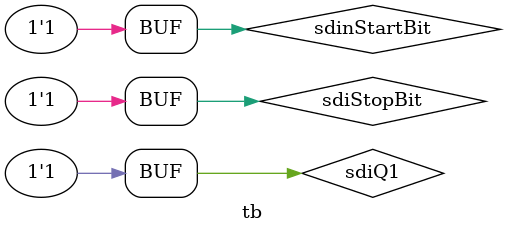
<source format=v>
`timescale 1 ns/1 ns

module tb;
    reg sdiStopBit   = 1'b0;
    reg sdinStartBit = 1'b0;
    reg sdiQ1        = 1'b0;

    wire sdiBusy;
    wire nFramer;
    wire sdiCompl;
    wire sdiD1;
    wire preSdiSet;
    wire noSdiErr;

    SERIN_PLA dut(.sdiStopBit(sdiStopBit), .sdinStartBit(sdinStartBit), .sdiQ1(sdiQ1), .sdiBusy(sdiBusy),
              .nFramer(nFramer), .sdiCompl(sdiCompl), .sdiD1(sdiD1), .preSdiSet(preSdiSet), .noSdiErr(noSdiErr));

    initial begin
    
    #5 {sdiQ1, sdiStopBit, sdinStartBit} = 3'b001;
    #5 {sdiQ1, sdiStopBit, sdinStartBit} = 3'b010;
    #5 {sdiQ1, sdiStopBit, sdinStartBit} = 3'b011;
    #5 {sdiQ1, sdiStopBit, sdinStartBit} = 3'b100;
    #5 {sdiQ1, sdiStopBit, sdinStartBit} = 3'b101;
    #5 {sdiQ1, sdiStopBit, sdinStartBit} = 3'b110;
    #5 {sdiQ1, sdiStopBit, sdinStartBit} = 3'b111;

    end
endmodule

</source>
